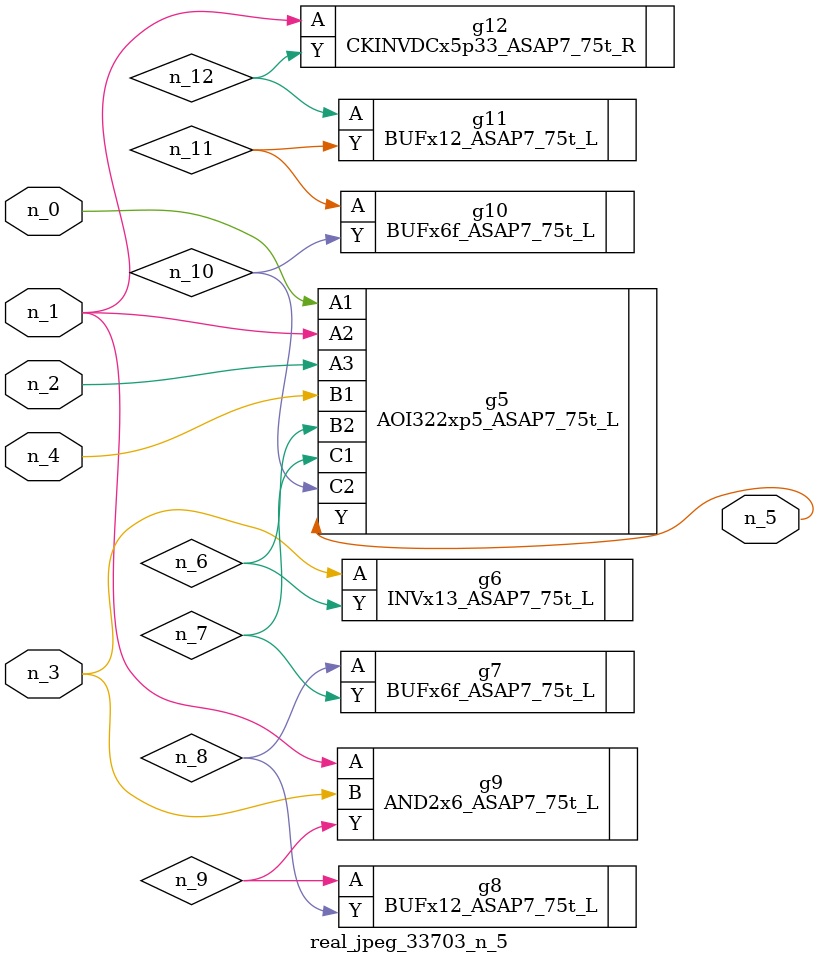
<source format=v>
module real_jpeg_33703_n_5 (n_4, n_0, n_1, n_2, n_3, n_5);

input n_4;
input n_0;
input n_1;
input n_2;
input n_3;

output n_5;

wire n_12;
wire n_8;
wire n_11;
wire n_6;
wire n_7;
wire n_10;
wire n_9;

AOI322xp5_ASAP7_75t_L g5 ( 
.A1(n_0),
.A2(n_1),
.A3(n_2),
.B1(n_4),
.B2(n_6),
.C1(n_7),
.C2(n_10),
.Y(n_5)
);

AND2x6_ASAP7_75t_L g9 ( 
.A(n_1),
.B(n_3),
.Y(n_9)
);

CKINVDCx5p33_ASAP7_75t_R g12 ( 
.A(n_1),
.Y(n_12)
);

INVx13_ASAP7_75t_L g6 ( 
.A(n_3),
.Y(n_6)
);

BUFx6f_ASAP7_75t_L g7 ( 
.A(n_8),
.Y(n_7)
);

BUFx12_ASAP7_75t_L g8 ( 
.A(n_9),
.Y(n_8)
);

BUFx6f_ASAP7_75t_L g10 ( 
.A(n_11),
.Y(n_10)
);

BUFx12_ASAP7_75t_L g11 ( 
.A(n_12),
.Y(n_11)
);


endmodule
</source>
